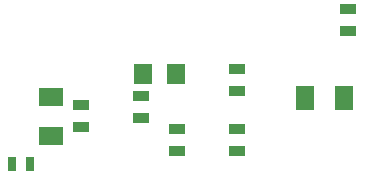
<source format=gbp>
G04 (created by PCBNEW-RS274X (2011-07-08)-stable) date Wed 10 Aug 2011 06:35:13 PM EDT*
G01*
G70*
G90*
%MOIN*%
G04 Gerber Fmt 3.4, Leading zero omitted, Abs format*
%FSLAX34Y34*%
G04 APERTURE LIST*
%ADD10C,0.006000*%
%ADD11R,0.062900X0.070900*%
%ADD12R,0.055000X0.035000*%
%ADD13R,0.060000X0.080000*%
%ADD14R,0.080000X0.060000*%
%ADD15R,0.025000X0.045000*%
G04 APERTURE END LIST*
G54D10*
G54D11*
X55041Y-42000D03*
X56159Y-42000D03*
G54D12*
X58200Y-43825D03*
X58200Y-44575D03*
X58200Y-42575D03*
X58200Y-41825D03*
X55000Y-42725D03*
X55000Y-43475D03*
X56200Y-44575D03*
X56200Y-43825D03*
X53000Y-43775D03*
X53000Y-43025D03*
G54D13*
X61750Y-42800D03*
X60450Y-42800D03*
G54D14*
X52000Y-44050D03*
X52000Y-42750D03*
G54D12*
X61900Y-40575D03*
X61900Y-39825D03*
G54D15*
X50700Y-45000D03*
X51300Y-45000D03*
M02*

</source>
